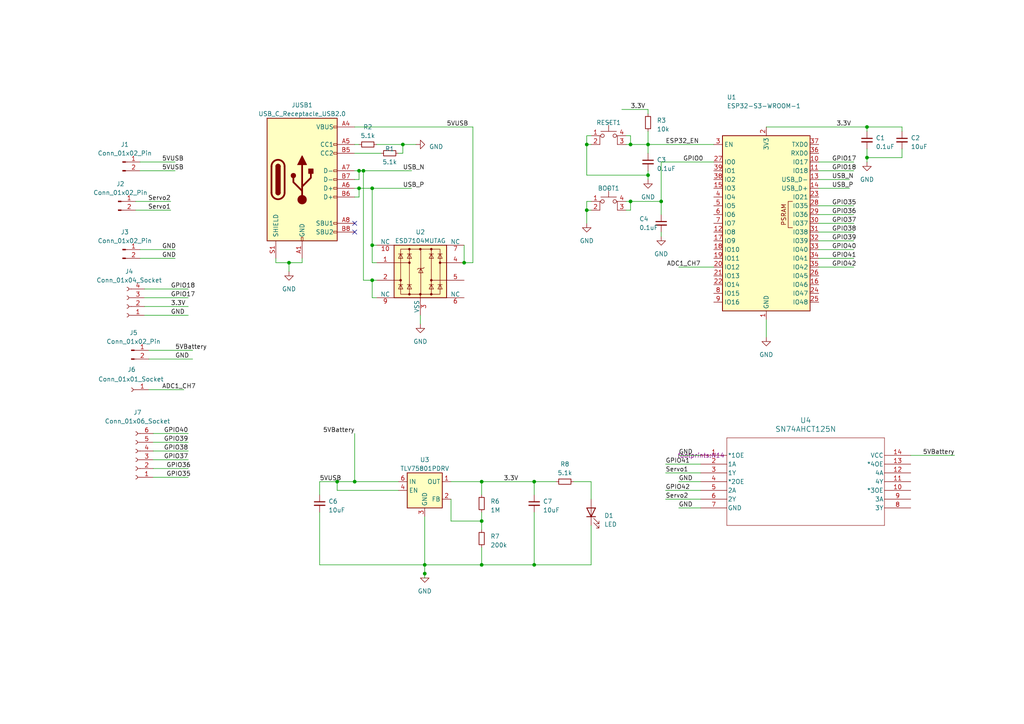
<source format=kicad_sch>
(kicad_sch (version 20231120) (generator "eeschema") (generator_version "8.0")
  (paper "A4")
  (title_block (title "Team15 CDR PCB") (date "2025-02-9"))
  (lib_symbols
    (symbol "2025-02-21_00-26-15:SN74AHCT125N" (pin_names (offset 0.254))
      (property "Reference" "U" (at 30.48 10.16 0))
      (property "Value" "SN74AHCT125N" (at 30.48 7.62 0))
      (symbol "SN74AHCT125N_0_1"
        (polyline (pts (xy 7.62 -20.32) (xy 53.34 -20.32)) (stroke (width 0.127)))
        (polyline (pts (xy 7.62 5.08) (xy 7.62 -20.32)) (stroke (width 0.127)))
        (polyline (pts (xy 53.34 -20.32) (xy 53.34 5.08)) (stroke (width 0.127)))
        (polyline (pts (xy 53.34 5.08) (xy 7.62 5.08)) (stroke (width 0.127)))
        (pin input line (at 0 0 0) (length 7.62) (name "*1OE") (number "1"))
        (pin input line (at 60.96 -10.16 180) (length 7.62) (name "*3OE") (number "10"))
        (pin unspecified line (at 60.96 -7.62 180) (length 7.62) (name "4Y") (number "11"))
        (pin input line (at 60.96 -5.08 180) (length 7.62) (name "4A") (number "12"))
        (pin input line (at 60.96 -2.54 180) (length 7.62) (name "*4OE") (number "13"))
        (pin power_in line (at 60.96 0 180) (length 7.62) (name "VCC") (number "14"))
        (pin input line (at 0 -2.54 0) (length 7.62) (name "1A") (number "2"))
        (pin unspecified line (at 0 -5.08 0) (length 7.62) (name "1Y") (number "3"))
        (pin input line (at 0 -7.62 0) (length 7.62) (name "*2OE") (number "4"))
        (pin input line (at 0 -10.16 0) (length 7.62) (name "2A") (number "5"))
        (pin unspecified line (at 0 -12.7 0) (length 7.62) (name "2Y") (number "6"))
        (pin power_in line (at 0 -15.24 0) (length 7.62) (name "GND") (number "7"))
        (pin unspecified line (at 60.96 -15.24 180) (length 7.62) (name "3Y") (number "8"))
        (pin input line (at 60.96 -12.7 180) (length 7.62) (name "3A") (number "9"))
      )
    )
    (symbol "Connector:Conn_01x01_Socket" (pin_names (offset 1.016) hide)
      (property "Reference" "J" (at 0 2.54 0))
      (property "Value" "Conn_01x01_Socket" (at 0 -2.54 0))
      (symbol "Conn_01x01_Socket_1_1"
        (polyline (pts (xy -1.27 0) (xy -0.508 0)) (stroke (width 0.1524)))
        (arc (start 0 0.508) (mid -0.5058 0) (end 0 -0.508) (stroke (width 0.1524)))
        (pin passive line (at -5.08 0 0) (length 3.81) (name "Pin_1") (number "1"))
      )
    )
    (symbol "Connector:Conn_01x02_Pin" (pin_names (offset 1.016) hide)
      (property "Reference" "J" (at 0 2.54 0))
      (property "Value" "Conn_01x02_Pin" (at 0 -5.08 0))
      (symbol "Conn_01x02_Pin_1_1"
        (polyline (pts (xy 1.27 -2.54) (xy 0.8636 -2.54)) (stroke (width 0.1524)))
        (polyline (pts (xy 1.27 0) (xy 0.8636 0)) (stroke (width 0.1524)))
        (rectangle (start 0.8636 -2.413) (end 0 -2.667) (stroke (width 0.1524)) (fill (type outline)))
        (rectangle (start 0.8636 0.127) (end 0 -0.127) (stroke (width 0.1524)) (fill (type outline)))
        (pin passive line (at 5.08 0 180) (length 3.81) (name "Pin_1") (number "1"))
        (pin passive line (at 5.08 -2.54 180) (length 3.81) (name "Pin_2") (number "2"))
      )
    )
    (symbol "Connector:Conn_01x04_Socket" (pin_names (offset 1.016) hide)
      (property "Reference" "J" (at 0 5.08 0))
      (property "Value" "Conn_01x04_Socket" (at 0 -7.62 0))
      (symbol "Conn_01x04_Socket_1_1"
        (arc (start 0 -4.572) (mid -0.5058 -5.08) (end 0 -5.588) (stroke (width 0.1524)))
        (arc (start 0 -2.032) (mid -0.5058 -2.54) (end 0 -3.048) (stroke (width 0.1524)))
        (polyline (pts (xy -1.27 -5.08) (xy -0.508 -5.08)) (stroke (width 0.1524)))
        (polyline (pts (xy -1.27 -2.54) (xy -0.508 -2.54)) (stroke (width 0.1524)))
        (polyline (pts (xy -1.27 0) (xy -0.508 0)) (stroke (width 0.1524)))
        (polyline (pts (xy -1.27 2.54) (xy -0.508 2.54)) (stroke (width 0.1524)))
        (arc (start 0 0.508) (mid -0.5058 0) (end 0 -0.508) (stroke (width 0.1524)))
        (arc (start 0 3.048) (mid -0.5058 2.54) (end 0 2.032) (stroke (width 0.1524)))
        (pin passive line (at -5.08 2.54 0) (length 3.81) (name "Pin_1") (number "1"))
        (pin passive line (at -5.08 0 0) (length 3.81) (name "Pin_2") (number "2"))
        (pin passive line (at -5.08 -2.54 0) (length 3.81) (name "Pin_3") (number "3"))
        (pin passive line (at -5.08 -5.08 0) (length 3.81) (name "Pin_4") (number "4"))
      )
    )
    (symbol "Connector:Conn_01x06_Socket" (pin_names (offset 1.016) hide)
      (property "Reference" "J" (at 0 7.62 0))
      (property "Value" "Conn_01x06_Socket" (at 0 -10.16 0))
      (symbol "Conn_01x06_Socket_1_1"
        (arc (start 0 -7.112) (mid -0.5058 -7.62) (end 0 -8.128) (stroke (width 0.1524)))
        (arc (start 0 -4.572) (mid -0.5058 -5.08) (end 0 -5.588) (stroke (width 0.1524)))
        (arc (start 0 -2.032) (mid -0.5058 -2.54) (end 0 -3.048) (stroke (width 0.1524)))
        (polyline (pts (xy -1.27 -7.62) (xy -0.508 -7.62)) (stroke (width 0.1524)))
        (polyline (pts (xy -1.27 -5.08) (xy -0.508 -5.08)) (stroke (width 0.1524)))
        (polyline (pts (xy -1.27 -2.54) (xy -0.508 -2.54)) (stroke (width 0.1524)))
        (polyline (pts (xy -1.27 0) (xy -0.508 0)) (stroke (width 0.1524)))
        (polyline (pts (xy -1.27 2.54) (xy -0.508 2.54)) (stroke (width 0.1524)))
        (polyline (pts (xy -1.27 5.08) (xy -0.508 5.08)) (stroke (width 0.1524)))
        (arc (start 0 0.508) (mid -0.5058 0) (end 0 -0.508) (stroke (width 0.1524)))
        (arc (start 0 3.048) (mid -0.5058 2.54) (end 0 2.032) (stroke (width 0.1524)))
        (arc (start 0 5.588) (mid -0.5058 5.08) (end 0 4.572) (stroke (width 0.1524)))
        (pin passive line (at -5.08 5.08 0) (length 3.81) (name "Pin_1") (number "1"))
        (pin passive line (at -5.08 2.54 0) (length 3.81) (name "Pin_2") (number "2"))
        (pin passive line (at -5.08 0 0) (length 3.81) (name "Pin_3") (number "3"))
        (pin passive line (at -5.08 -2.54 0) (length 3.81) (name "Pin_4") (number "4"))
        (pin passive line (at -5.08 -5.08 0) (length 3.81) (name "Pin_5") (number "5"))
        (pin passive line (at -5.08 -7.62 0) (length 3.81) (name "Pin_6") (number "6"))
      )
    )
    (symbol "Connector:USB_C_Receptacle_USB2.0" (pin_names (offset 1.016))
      (property "Reference" "J" (at -10.16 19.05 0))
      (property "Value" "USB_C_Receptacle_USB2.0" (at 19.05 19.05 0))
      (symbol "USB_C_Receptacle_USB2.0_0_0"
        (rectangle (start -0.254 -17.78) (end 0.254 -16.764))
        (rectangle (start 10.16 -14.986) (end 9.144 -15.494))
        (rectangle (start 10.16 -12.446) (end 9.144 -12.954))
        (rectangle (start 10.16 -4.826) (end 9.144 -5.334))
        (rectangle (start 10.16 -2.286) (end 9.144 -2.794))
        (rectangle (start 10.16 0.254) (end 9.144 -0.254))
        (rectangle (start 10.16 2.794) (end 9.144 2.286))
        (rectangle (start 10.16 7.874) (end 9.144 7.366))
        (rectangle (start 10.16 10.414) (end 9.144 9.906))
        (rectangle (start 10.16 15.494) (end 9.144 14.986))
      )
      (symbol "USB_C_Receptacle_USB2.0_0_1"
        (rectangle (start -10.16 17.78) (end 10.16 -17.78) (stroke (width 0.254)) (fill (type background)))
        (arc (start -8.89 -3.81) (mid -6.985 -5.7067) (end -5.08 -3.81) (stroke (width 0.508)))
        (arc (start -7.62 -3.81) (mid -6.985 -4.4423) (end -6.35 -3.81) (stroke (width 0.254)))
        (arc (start -7.62 -3.81) (mid -6.985 -4.4423) (end -6.35 -3.81) (stroke (width 0.254)) (fill (type outline)))
        (rectangle (start -7.62 -3.81) (end -6.35 3.81) (stroke (width 0.254)) (fill (type outline)))
        (arc (start -6.35 3.81) (mid -6.985 4.4423) (end -7.62 3.81) (stroke (width 0.254)))
        (arc (start -6.35 3.81) (mid -6.985 4.4423) (end -7.62 3.81) (stroke (width 0.254)) (fill (type outline)))
        (arc (start -5.08 3.81) (mid -6.985 5.7067) (end -8.89 3.81) (stroke (width 0.508)))
        (circle (center -2.54 1.143) (radius 0.635) (stroke (width 0.254)) (fill (type outline)))
        (circle (center 0 -5.842) (radius 1.27) (fill (type outline)))
        (polyline (pts (xy -8.89 -3.81) (xy -8.89 3.81)) (stroke (width 0.508)))
        (polyline (pts (xy -5.08 3.81) (xy -5.08 -3.81)) (stroke (width 0.508)))
        (polyline (pts (xy 0 -5.842) (xy 0 4.318)) (stroke (width 0.508)))
        (polyline (pts (xy 0 -3.302) (xy -2.54 -0.762) (xy -2.54 0.508)) (stroke (width 0.508)))
        (polyline (pts (xy 0 -2.032) (xy 2.54 0.508) (xy 2.54 1.778)) (stroke (width 0.508)))
        (polyline (pts (xy -1.27 4.318) (xy 0 6.858) (xy 1.27 4.318) (xy -1.27 4.318)) (stroke (width 0.254)) (fill (type outline)))
        (rectangle (start 1.905 1.778) (end 3.175 3.048) (stroke (width 0.254)) (fill (type outline)))
      )
      (symbol "USB_C_Receptacle_USB2.0_1_1"
        (pin passive line (at 0 -22.86 90) (length 5.08) (name "GND") (number "A1"))
        (pin passive line (at 0 -22.86 90) (length 5.08) hide (name "GND") (number "A12"))
        (pin passive line (at 15.24 15.24 180) (length 5.08) (name "VBUS") (number "A4"))
        (pin bidirectional line (at 15.24 10.16 180) (length 5.08) (name "CC1") (number "A5"))
        (pin bidirectional line (at 15.24 -2.54 180) (length 5.08) (name "D+") (number "A6"))
        (pin bidirectional line (at 15.24 2.54 180) (length 5.08) (name "D-") (number "A7"))
        (pin bidirectional line (at 15.24 -12.7 180) (length 5.08) (name "SBU1") (number "A8"))
        (pin passive line (at 15.24 15.24 180) (length 5.08) hide (name "VBUS") (number "A9"))
        (pin passive line (at 0 -22.86 90) (length 5.08) hide (name "GND") (number "B1"))
        (pin passive line (at 0 -22.86 90) (length 5.08) hide (name "GND") (number "B12"))
        (pin passive line (at 15.24 15.24 180) (length 5.08) hide (name "VBUS") (number "B4"))
        (pin bidirectional line (at 15.24 7.62 180) (length 5.08) (name "CC2") (number "B5"))
        (pin bidirectional line (at 15.24 -5.08 180) (length 5.08) (name "D+") (number "B6"))
        (pin bidirectional line (at 15.24 0 180) (length 5.08) (name "D-") (number "B7"))
        (pin bidirectional line (at 15.24 -15.24 180) (length 5.08) (name "SBU2") (number "B8"))
        (pin passive line (at 15.24 15.24 180) (length 5.08) hide (name "VBUS") (number "B9"))
        (pin passive line (at -7.62 -22.86 90) (length 5.08) (name "SHIELD") (number "S1"))
      )
    )
    (symbol "Device:C_Small" (pin_numbers hide) (pin_names (offset 0.254) hide)
      (property "Reference" "C" (at 0.254 1.778 0))
      (property "Value" "C_Small" (at 0.254 -2.032 0))
      (symbol "C_Small_0_1"
        (polyline (pts (xy -1.524 -0.508) (xy 1.524 -0.508)) (stroke (width 0.3302)))
        (polyline (pts (xy -1.524 0.508) (xy 1.524 0.508)) (stroke (width 0.3048)))
      )
      (symbol "C_Small_1_1"
        (pin passive line (at 0 2.54 270) (length 2.032) (name "~") (number "1"))
        (pin passive line (at 0 -2.54 90) (length 2.032) (name "~") (number "2"))
      )
    )
    (symbol "Device:LED" (pin_numbers hide) (pin_names (offset 1.016) hide)
      (property "Reference" "D" (at 0 2.54 0))
      (property "Value" "LED" (at 0 -2.54 0))
      (symbol "LED_0_1"
        (polyline (pts (xy -1.27 -1.27) (xy -1.27 1.27)) (stroke (width 0.254)))
        (polyline (pts (xy -1.27 0) (xy 1.27 0)))
        (polyline (pts (xy 1.27 -1.27) (xy 1.27 1.27) (xy -1.27 0) (xy 1.27 -1.27)) (stroke (width 0.254)))
        (polyline (pts (xy -3.048 -0.762) (xy -4.572 -2.286) (xy -3.81 -2.286) (xy -4.572 -2.286) (xy -4.572 -1.524)))
        (polyline (pts (xy -1.778 -0.762) (xy -3.302 -2.286) (xy -2.54 -2.286) (xy -3.302 -2.286) (xy -3.302 -1.524)))
      )
      (symbol "LED_1_1"
        (pin passive line (at -3.81 0 0) (length 2.54) (name "K") (number "1"))
        (pin passive line (at 3.81 0 180) (length 2.54) (name "A") (number "2"))
      )
    )
    (symbol "Device:R_Small" (pin_numbers hide) (pin_names (offset 0.254) hide)
      (property "Reference" "R" (at 0.762 0.508 0))
      (property "Value" "R_Small" (at 0.762 -1.016 0))
      (symbol "R_Small_0_1"
        (rectangle (start -0.762 1.778) (end 0.762 -1.778) (stroke (width 0.2032)))
      )
      (symbol "R_Small_1_1"
        (pin passive line (at 0 2.54 270) (length 0.762) (name "~") (number "1"))
        (pin passive line (at 0 -2.54 90) (length 0.762) (name "~") (number "2"))
      )
    )
    (symbol "Power_Protection:D3V3XA4B10LP" (pin_names (offset 0))
      (property "Reference" "U" (at -0.635 8.89 0))
      (property "Value" "D3V3XA4B10LP" (at 8.89 -10.16 0))
      (symbol "D3V3XA4B10LP_0_0"
        (rectangle (start -5.715 6.477) (end 5.715 -6.604))
        (polyline (pts (xy -3.175 -6.604) (xy -3.175 6.477)))
        (polyline (pts (xy 0.127 6.477) (xy 0.127 -6.604)))
        (polyline (pts (xy 3.175 6.477) (xy 3.175 -6.604)))
      )
      (symbol "D3V3XA4B10LP_0_1"
        (rectangle (start -7.62 7.62) (end 7.62 -7.62) (stroke (width 0.254)) (fill (type background)))
        (circle (center -5.715 -2.54) (radius 0.2794) (fill (type outline)))
        (circle (center -3.175 -6.604) (radius 0.2794) (fill (type outline)))
        (circle (center -3.175 2.54) (radius 0.2794) (fill (type outline)))
        (circle (center -3.175 6.477) (radius 0.2794) (fill (type outline)))
        (circle (center 0 -6.604) (radius 0.2794) (fill (type outline)))
        (polyline (pts (xy -7.747 2.54) (xy -3.175 2.54)))
        (polyline (pts (xy -7.62 -2.54) (xy -5.715 -2.54)))
        (polyline (pts (xy -5.08 -3.81) (xy -6.35 -3.81)))
        (polyline (pts (xy -5.08 5.08) (xy -6.35 5.08)))
        (polyline (pts (xy -2.54 -3.81) (xy -3.81 -3.81)))
        (polyline (pts (xy -2.54 5.08) (xy -3.81 5.08)))
        (polyline (pts (xy -0.508 0.889) (xy -0.889 0.635)))
        (polyline (pts (xy 0 -6.604) (xy 0 -7.62)))
        (polyline (pts (xy 0.762 0.889) (xy -0.508 0.889)))
        (polyline (pts (xy 0.762 0.889) (xy 1.143 1.143)))
        (polyline (pts (xy 3.81 -3.81) (xy 2.54 -3.81)))
        (polyline (pts (xy 3.81 5.08) (xy 2.54 5.08)))
        (polyline (pts (xy 6.35 -3.81) (xy 5.08 -3.81)))
        (polyline (pts (xy 6.35 5.08) (xy 5.08 5.08)))
        (polyline (pts (xy 7.62 -2.54) (xy 3.175 -2.54)))
        (polyline (pts (xy 7.62 2.54) (xy 5.715 2.54)))
        (polyline (pts (xy -5.08 -5.08) (xy -6.35 -5.08) (xy -5.715 -3.81) (xy -5.08 -5.08)))
        (polyline (pts (xy -5.08 3.81) (xy -6.35 3.81) (xy -5.715 5.08) (xy -5.08 3.81)))
        (polyline (pts (xy -2.54 -5.08) (xy -3.81 -5.08) (xy -3.175 -3.81) (xy -2.54 -5.08)))
        (polyline (pts (xy -2.54 3.81) (xy -3.81 3.81) (xy -3.175 5.08) (xy -2.54 3.81)))
        (polyline (pts (xy 0.762 -0.381) (xy -0.508 -0.381) (xy 0.127 0.889) (xy 0.762 -0.381)))
        (polyline (pts (xy 3.81 -5.08) (xy 2.54 -5.08) (xy 3.175 -3.81) (xy 3.81 -5.08)))
        (polyline (pts (xy 3.81 3.81) (xy 2.54 3.81) (xy 3.175 5.08) (xy 3.81 3.81)))
        (polyline (pts (xy 6.35 -5.08) (xy 5.08 -5.08) (xy 5.715 -3.81) (xy 6.35 -5.08)))
        (polyline (pts (xy 6.35 3.81) (xy 5.08 3.81) (xy 5.715 5.08) (xy 6.35 3.81)))
        (circle (center 0 6.477) (radius 0.2794) (fill (type outline)))
        (circle (center 3.175 -6.604) (radius 0.2794) (fill (type outline)))
        (circle (center 3.175 -2.54) (radius 0.2794) (fill (type outline)))
        (circle (center 3.175 6.477) (radius 0.2794) (fill (type outline)))
        (circle (center 5.715 2.54) (radius 0.2794) (fill (type outline)))
      )
      (symbol "D3V3XA4B10LP_1_1"
        (pin passive line (at -12.7 2.54 0) (length 5.08) (name "~") (number "1"))
        (pin free line (at -12.7 7.62 0) (length 5.08) (name "NC") (number "10"))
        (pin passive line (at -12.7 -2.54 0) (length 5.08) (name "~") (number "2"))
        (pin power_in line (at 0 -12.7 90) (length 5.08) (name "VSS") (number "3"))
        (pin passive line (at 12.7 2.54 180) (length 5.08) (name "~") (number "4"))
        (pin passive line (at 12.7 -2.54 180) (length 5.08) (name "~") (number "5"))
        (pin free line (at 12.7 -7.62 180) (length 5.08) (name "NC") (number "6"))
        (pin free line (at 12.7 7.62 180) (length 5.08) (name "NC") (number "7"))
        (pin passive line (at 0 -12.7 90) (length 5.08) hide (name "VSS") (number "8"))
        (pin free line (at -12.7 -7.62 0) (length 5.08) (name "NC") (number "9"))
      )
    )
    (symbol "RF_Module:ESP32-S3-WROOM-1"
      (property "Reference" "U" (at -12.7 26.67 0))
      (property "Value" "ESP32-S3-WROOM-1" (at 12.7 26.67 0))
      (symbol "ESP32-S3-WROOM-1_0_0"
        (rectangle (start -12.7 25.4) (end 12.7 -25.4) (stroke (width 0.254)) (fill (type background)))
        (text "PSRAM" (at 5.08 2.54 900) (effects (font (size 1.27 1.27))))
      )
      (symbol "ESP32-S3-WROOM-1_0_1"
        (polyline (pts (xy 7.62 -1.27) (xy 6.35 -1.27) (xy 6.35 6.35) (xy 7.62 6.35)))
      )
      (symbol "ESP32-S3-WROOM-1_1_1"
        (pin power_in line (at 0 -27.94 90) (length 2.54) (name "GND") (number "1"))
        (pin bidirectional line (at 15.24 17.78 180) (length 2.54) (name "IO17") (number "10"))
        (pin bidirectional line (at 15.24 15.24 180) (length 2.54) (name "IO18") (number "11"))
        (pin bidirectional line (at -15.24 -2.54 0) (length 2.54) (name "IO8") (number "12"))
        (pin bidirectional line (at 15.24 12.7 180) (length 2.54) (name "USB_D-") (number "13"))
        (pin bidirectional line (at 15.24 10.16 180) (length 2.54) (name "USB_D+") (number "14"))
        (pin bidirectional line (at -15.24 10.16 0) (length 2.54) (name "IO3") (number "15"))
        (pin bidirectional line (at 15.24 -17.78 180) (length 2.54) (name "IO46") (number "16"))
        (pin bidirectional line (at -15.24 -5.08 0) (length 2.54) (name "IO9") (number "17"))
        (pin bidirectional line (at -15.24 -7.62 0) (length 2.54) (name "IO10") (number "18"))
        (pin bidirectional line (at -15.24 -10.16 0) (length 2.54) (name "IO11") (number "19"))
        (pin power_in line (at 0 27.94 270) (length 2.54) (name "3V3") (number "2"))
        (pin bidirectional line (at -15.24 -12.7 0) (length 2.54) (name "IO12") (number "20"))
        (pin bidirectional line (at -15.24 -15.24 0) (length 2.54) (name "IO13") (number "21"))
        (pin bidirectional line (at -15.24 -17.78 0) (length 2.54) (name "IO14") (number "22"))
        (pin bidirectional line (at 15.24 7.62 180) (length 2.54) (name "IO21") (number "23"))
        (pin bidirectional line (at 15.24 -20.32 180) (length 2.54) (name "IO47") (number "24"))
        (pin bidirectional line (at 15.24 -22.86 180) (length 2.54) (name "IO48") (number "25"))
        (pin bidirectional line (at 15.24 -15.24 180) (length 2.54) (name "IO45") (number "26"))
        (pin bidirectional line (at -15.24 17.78 0) (length 2.54) (name "IO0") (number "27"))
        (pin bidirectional line (at 15.24 5.08 180) (length 2.54) (name "IO35") (number "28"))
        (pin bidirectional line (at 15.24 2.54 180) (length 2.54) (name "IO36") (number "29"))
        (pin input line (at -15.24 22.86 0) (length 2.54) (name "EN") (number "3"))
        (pin bidirectional line (at 15.24 0 180) (length 2.54) (name "IO37") (number "30"))
        (pin bidirectional line (at 15.24 -2.54 180) (length 2.54) (name "IO38") (number "31"))
        (pin bidirectional line (at 15.24 -5.08 180) (length 2.54) (name "IO39") (number "32"))
        (pin bidirectional line (at 15.24 -7.62 180) (length 2.54) (name "IO40") (number "33"))
        (pin bidirectional line (at 15.24 -10.16 180) (length 2.54) (name "IO41") (number "34"))
        (pin bidirectional line (at 15.24 -12.7 180) (length 2.54) (name "IO42") (number "35"))
        (pin bidirectional line (at 15.24 20.32 180) (length 2.54) (name "RXD0") (number "36"))
        (pin bidirectional line (at 15.24 22.86 180) (length 2.54) (name "TXD0") (number "37"))
        (pin bidirectional line (at -15.24 12.7 0) (length 2.54) (name "IO2") (number "38"))
        (pin bidirectional line (at -15.24 15.24 0) (length 2.54) (name "IO1") (number "39"))
        (pin bidirectional line (at -15.24 7.62 0) (length 2.54) (name "IO4") (number "4"))
        (pin passive line (at 0 -27.94 90) (length 2.54) hide (name "GND") (number "40"))
        (pin passive line (at 0 -27.94 90) (length 2.54) hide (name "GND") (number "41"))
        (pin bidirectional line (at -15.24 5.08 0) (length 2.54) (name "IO5") (number "5"))
        (pin bidirectional line (at -15.24 2.54 0) (length 2.54) (name "IO6") (number "6"))
        (pin bidirectional line (at -15.24 0 0) (length 2.54) (name "IO7") (number "7"))
        (pin bidirectional line (at -15.24 -20.32 0) (length 2.54) (name "IO15") (number "8"))
        (pin bidirectional line (at -15.24 -22.86 0) (length 2.54) (name "IO16") (number "9"))
      )
    )
    (symbol "Regulator_Linear:TLV75801PDRV"
      (property "Reference" "U" (at -3.81 6.35 0))
      (property "Value" "TLV75801PDRV" (at 0 6.35 0))
      (symbol "TLV75801PDRV_0_1"
        (rectangle (start 5.08 -5.08) (end -5.08 5.08) (stroke (width 0.254)) (fill (type background)))
      )
      (symbol "TLV75801PDRV_1_1"
        (pin power_out line (at 7.62 2.54 180) (length 2.54) (name "OUT") (number "1"))
        (pin input line (at 7.62 -2.54 180) (length 2.54) (name "FB") (number "2"))
        (pin power_in line (at 0 -7.62 90) (length 2.54) (name "GND") (number "3"))
        (pin input line (at -7.62 0 0) (length 2.54) (name "EN") (number "4"))
        (pin no_connect line (at 5.08 0 180) (length 2.54) hide (name "DNC") (number "5"))
        (pin power_in line (at -7.62 2.54 0) (length 2.54) (name "IN") (number "6"))
        (pin passive line (at 0 -7.62 90) (length 2.54) hide (name "GND") (number "7"))
      )
    )
    (symbol "Switch:SW_MEC_5E" (pin_names (offset 1.016) hide)
      (property "Reference" "SW" (at 0.635 5.715 0))
      (property "Value" "SW_MEC_5E" (at 0 -3.175 0))
      (symbol "SW_MEC_5E_0_1"
        (circle (center -1.778 2.54) (radius 0.508))
        (polyline (pts (xy -2.286 3.81) (xy 2.286 3.81)))
        (polyline (pts (xy 0 3.81) (xy 0 5.588)))
        (polyline (pts (xy -2.54 0) (xy -2.54 2.54) (xy -2.286 2.54)))
        (polyline (pts (xy 2.54 0) (xy 2.54 2.54) (xy 2.286 2.54)))
        (circle (center 1.778 2.54) (radius 0.508))
        (pin passive line (at -5.08 2.54 0) (length 2.54) (name "1") (number "1"))
        (pin passive line (at -5.08 0 0) (length 2.54) (name "2") (number "2"))
        (pin passive line (at 5.08 0 180) (length 2.54) (name "K") (number "3"))
        (pin passive line (at 5.08 2.54 180) (length 2.54) (name "A") (number "4"))
      )
    )
    (symbol "power:GND" (power) (pin_names (offset 0))
      (property "Value" "GND" (at 0 -3.81 0))
      (symbol "GND_0_1"
        (polyline (pts (xy 0 0) (xy 0 -1.27) (xy 1.27 -1.27) (xy 0 -2.54) (xy -1.27 -1.27) (xy 0 -1.27)))
      )
      (symbol "GND_1_1"
        (pin power_in line (at 0 0 270) (length 0) hide (name "GND") (number "1"))
      )
    )
  )
  (junction (at 123.19 166.37))
  (junction (at 251.46 36.83))
  (junction (at 123.19 163.83))
  (junction (at 182.88 41.91))
  (junction (at 191.77 58.42))
  (junction (at 170.18 41.91))
  (junction (at 105.41 49.53))
  (junction (at 104.14 49.53))
  (junction (at 97.79 139.7))
  (junction (at 104.14 54.61))
  (junction (at 251.46 45.72))
  (junction (at 139.7 163.83))
  (junction (at 170.18 60.96))
  (junction (at 154.94 139.7))
  (junction (at 139.7 151.13))
  (junction (at 187.96 41.91))
  (junction (at 102.87 139.7))
  (junction (at 134.62 76.2))
  (junction (at 182.88 58.42))
  (junction (at 107.95 71.12))
  (junction (at 187.96 50.8))
  (junction (at 107.95 81.28))
  (junction (at 107.95 54.61))
  (junction (at 116.84 41.91))
  (junction (at 83.82 76.2))
  (junction (at 139.7 139.7))
  (junction (at 154.94 163.83))
  (no_connect (at 102.87 64.77))
  (no_connect (at 102.87 67.31))
  (wire (pts (xy 237.49 52.07) (xy 246.38 52.07)))
  (wire (pts (xy 170.18 39.37) (xy 170.18 41.91)))
  (wire (pts (xy 171.45 152.4) (xy 171.45 163.83)))
  (wire (pts (xy 109.22 41.91) (xy 116.84 41.91)))
  (wire (pts (xy 237.49 46.99) (xy 247.65 46.99)))
  (wire (pts (xy 44.45 133.35) (xy 54.61 133.35)))
  (wire (pts (xy 134.62 76.2) (xy 137.16 76.2)))
  (wire (pts (xy 43.18 101.6) (xy 55.88 101.6)))
  (wire (pts (xy 187.96 50.8) (xy 187.96 52.07)))
  (wire (pts (xy 261.62 43.18) (xy 261.62 45.72)))
  (wire (pts (xy 154.94 148.59) (xy 154.94 163.83)))
  (wire (pts (xy 44.45 138.43) (xy 54.61 138.43)))
  (wire (pts (xy 171.45 39.37) (xy 170.18 39.37)))
  (wire (pts (xy 139.7 151.13) (xy 139.7 153.67)))
  (wire (pts (xy 139.7 163.83) (xy 154.94 163.83)))
  (wire (pts (xy 237.49 72.39) (xy 247.65 72.39)))
  (wire (pts (xy 171.45 58.42) (xy 170.18 58.42)))
  (wire (pts (xy 107.95 54.61) (xy 107.95 71.12)))
  (wire (pts (xy 41.91 86.36) (xy 54.61 86.36)))
  (wire (pts (xy 191.77 62.23) (xy 191.77 58.42)))
  (wire (pts (xy 166.37 139.7) (xy 171.45 139.7)))
  (wire (pts (xy 107.95 71.12) (xy 109.22 71.12)))
  (wire (pts (xy 115.57 142.24) (xy 97.79 142.24)))
  (wire (pts (xy 237.49 59.69) (xy 247.65 59.69)))
  (wire (pts (xy 251.46 43.18) (xy 251.46 45.72)))
  (wire (pts (xy 139.7 139.7) (xy 139.7 143.51)))
  (wire (pts (xy 104.14 52.07) (xy 104.14 49.53)))
  (wire (pts (xy 276.86 132.08) (xy 264.16 132.08)))
  (wire (pts (xy 102.87 36.83) (xy 137.16 36.83)))
  (wire (pts (xy 181.61 60.96) (xy 182.88 60.96)))
  (wire (pts (xy 80.01 76.2) (xy 83.82 76.2)))
  (wire (pts (xy 237.49 69.85) (xy 247.65 69.85)))
  (wire (pts (xy 187.96 50.8) (xy 170.18 50.8)))
  (wire (pts (xy 83.82 78.74) (xy 83.82 76.2)))
  (wire (pts (xy 40.64 74.93) (xy 50.8 74.93)))
  (wire (pts (xy 123.19 163.83) (xy 139.7 163.83)))
  (wire (pts (xy 182.88 39.37) (xy 182.88 41.91)))
  (wire (pts (xy 180.34 31.75) (xy 187.96 31.75)))
  (wire (pts (xy 107.95 81.28) (xy 105.41 81.28)))
  (wire (pts (xy 203.2 142.24) (xy 193.04 142.24)))
  (wire (pts (xy 44.45 128.27) (xy 54.61 128.27)))
  (wire (pts (xy 44.45 130.81) (xy 54.61 130.81)))
  (wire (pts (xy 104.14 54.61) (xy 107.95 54.61)))
  (wire (pts (xy 109.22 86.36) (xy 107.95 86.36)))
  (wire (pts (xy 187.96 41.91) (xy 187.96 44.45)))
  (wire (pts (xy 196.85 132.08) (xy 203.2 132.08)))
  (wire (pts (xy 182.88 60.96) (xy 182.88 58.42)))
  (wire (pts (xy 171.45 163.83) (xy 154.94 163.83)))
  (wire (pts (xy 92.71 163.83) (xy 123.19 163.83)))
  (wire (pts (xy 102.87 57.15) (xy 104.14 57.15)))
  (wire (pts (xy 43.18 104.14) (xy 55.88 104.14)))
  (wire (pts (xy 251.46 36.83) (xy 261.62 36.83)))
  (wire (pts (xy 154.94 143.51) (xy 154.94 139.7)))
  (wire (pts (xy 203.2 144.78) (xy 193.04 144.78)))
  (wire (pts (xy 97.79 139.7) (xy 102.87 139.7)))
  (wire (pts (xy 181.61 58.42) (xy 182.88 58.42)))
  (wire (pts (xy 102.87 52.07) (xy 104.14 52.07)))
  (wire (pts (xy 187.96 38.1) (xy 187.96 41.91)))
  (wire (pts (xy 107.95 71.12) (xy 107.95 76.2)))
  (wire (pts (xy 105.41 49.53) (xy 119.38 49.53)))
  (wire (pts (xy 104.14 49.53) (xy 105.41 49.53)))
  (wire (pts (xy 116.84 44.45) (xy 116.84 41.91)))
  (wire (pts (xy 105.41 81.28) (xy 105.41 49.53)))
  (wire (pts (xy 154.94 139.7) (xy 139.7 139.7)))
  (wire (pts (xy 44.45 135.89) (xy 54.61 135.89)))
  (wire (pts (xy 261.62 38.1) (xy 261.62 36.83)))
  (wire (pts (xy 170.18 50.8) (xy 170.18 41.91)))
  (wire (pts (xy 171.45 139.7) (xy 171.45 144.78)))
  (wire (pts (xy 237.49 74.93) (xy 247.65 74.93)))
  (wire (pts (xy 182.88 41.91) (xy 187.96 41.91)))
  (wire (pts (xy 181.61 41.91) (xy 182.88 41.91)))
  (wire (pts (xy 43.18 113.03) (xy 53.34 113.03)))
  (wire (pts (xy 41.91 91.44) (xy 54.61 91.44)))
  (wire (pts (xy 237.49 67.31) (xy 247.65 67.31)))
  (wire (pts (xy 102.87 41.91) (xy 104.14 41.91)))
  (wire (pts (xy 102.87 139.7) (xy 115.57 139.7)))
  (wire (pts (xy 191.77 46.99) (xy 207.01 46.99)))
  (wire (pts (xy 39.37 58.42) (xy 49.53 58.42)))
  (wire (pts (xy 44.45 125.73) (xy 54.61 125.73)))
  (wire (pts (xy 109.22 81.28) (xy 107.95 81.28)))
  (wire (pts (xy 251.46 45.72) (xy 251.46 46.99)))
  (wire (pts (xy 237.49 64.77) (xy 247.65 64.77)))
  (wire (pts (xy 237.49 62.23) (xy 247.65 62.23)))
  (wire (pts (xy 170.18 60.96) (xy 170.18 64.77)))
  (wire (pts (xy 107.95 54.61) (xy 119.38 54.61)))
  (wire (pts (xy 139.7 158.75) (xy 139.7 163.83)))
  (wire (pts (xy 40.64 49.53) (xy 50.8 49.53)))
  (wire (pts (xy 187.96 49.53) (xy 187.96 50.8)))
  (wire (pts (xy 237.49 54.61) (xy 246.38 54.61)))
  (wire (pts (xy 139.7 139.7) (xy 130.81 139.7)))
  (wire (pts (xy 187.96 41.91) (xy 207.01 41.91)))
  (wire (pts (xy 107.95 86.36) (xy 107.95 81.28)))
  (wire (pts (xy 203.2 134.62) (xy 193.04 134.62)))
  (wire (pts (xy 134.62 71.12) (xy 134.62 76.2)))
  (wire (pts (xy 116.84 41.91) (xy 120.65 41.91)))
  (wire (pts (xy 137.16 76.2) (xy 137.16 36.83)))
  (wire (pts (xy 196.85 147.32) (xy 203.2 147.32)))
  (wire (pts (xy 130.81 144.78) (xy 130.81 151.13)))
  (wire (pts (xy 123.19 163.83) (xy 123.19 166.37)))
  (wire (pts (xy 191.77 46.99) (xy 191.77 58.42)))
  (wire (pts (xy 203.2 137.16) (xy 193.04 137.16)))
  (wire (pts (xy 191.77 67.31) (xy 191.77 68.58)))
  (wire (pts (xy 92.71 139.7) (xy 97.79 139.7)))
  (wire (pts (xy 251.46 38.1) (xy 251.46 36.83)))
  (wire (pts (xy 196.85 139.7) (xy 203.2 139.7)))
  (wire (pts (xy 237.49 49.53) (xy 247.65 49.53)))
  (wire (pts (xy 102.87 54.61) (xy 104.14 54.61)))
  (wire (pts (xy 109.22 76.2) (xy 107.95 76.2)))
  (wire (pts (xy 187.96 33.02) (xy 187.96 31.75)))
  (wire (pts (xy 222.25 92.71) (xy 222.25 97.79)))
  (wire (pts (xy 222.25 36.83) (xy 251.46 36.83)))
  (wire (pts (xy 123.19 149.86) (xy 123.19 163.83)))
  (wire (pts (xy 170.18 58.42) (xy 170.18 60.96)))
  (wire (pts (xy 104.14 57.15) (xy 104.14 54.61)))
  (wire (pts (xy 80.01 74.93) (xy 80.01 76.2)))
  (wire (pts (xy 102.87 125.73) (xy 102.87 139.7)))
  (wire (pts (xy 121.92 91.44) (xy 121.92 93.98)))
  (wire (pts (xy 40.64 46.99) (xy 50.8 46.99)))
  (wire (pts (xy 102.87 44.45) (xy 110.49 44.45)))
  (wire (pts (xy 170.18 41.91) (xy 171.45 41.91)))
  (wire (pts (xy 261.62 45.72) (xy 251.46 45.72)))
  (wire (pts (xy 41.91 83.82) (xy 54.61 83.82)))
  (wire (pts (xy 87.63 76.2) (xy 83.82 76.2)))
  (wire (pts (xy 237.49 77.47) (xy 247.65 77.47)))
  (wire (pts (xy 154.94 139.7) (xy 161.29 139.7)))
  (wire (pts (xy 39.37 60.96) (xy 49.53 60.96)))
  (wire (pts (xy 130.81 151.13) (xy 139.7 151.13)))
  (wire (pts (xy 40.64 72.39) (xy 50.8 72.39)))
  (wire (pts (xy 207.01 77.47) (xy 196.85 77.47)))
  (wire (pts (xy 97.79 142.24) (xy 97.79 139.7)))
  (wire (pts (xy 191.77 58.42) (xy 182.88 58.42)))
  (wire (pts (xy 139.7 148.59) (xy 139.7 151.13)))
  (wire (pts (xy 41.91 88.9) (xy 54.61 88.9)))
  (wire (pts (xy 92.71 148.59) (xy 92.71 163.83)))
  (wire (pts (xy 102.87 49.53) (xy 104.14 49.53)))
  (wire (pts (xy 123.19 166.37) (xy 123.19 167.64)))
  (wire (pts (xy 87.63 74.93) (xy 87.63 76.2)))
  (wire (pts (xy 115.57 44.45) (xy 116.84 44.45)))
  (wire (pts (xy 92.71 139.7) (xy 92.71 143.51)))
  (wire (pts (xy 181.61 39.37) (xy 182.88 39.37)))
  (wire (pts (xy 171.45 60.96) (xy 170.18 60.96)))
  (label "GPIO17" (at 49.53 86.36 0))
  (label "GND" (at 50.8 104.14 0))
  (label "USB_P" (at 241.3 54.61 0))
  (label "GND" (at 196.85 147.32 0))
  (label "Servo1" (at 193.04 137.16 0))
  (label "GPIO41" (at 241.3 74.93 0))
  (label "3.3V" (at 242.57 36.83 0))
  (label "GPIO40" (at 241.3 72.39 0))
  (label "GPIO36" (at 48.26 135.89 0))
  (label "GND" (at 46.99 74.93 0))
  (label "GND" (at 49.53 91.44 0))
  (label "USB_P" (at 116.84 54.61 0))
  (label "5VUSB" (at 46.99 46.99 0))
  (label "GPIO42" (at 241.3 77.47 0))
  (label "GPIO17" (at 241.3 46.99 0))
  (label "GND" (at 196.85 139.7 0))
  (label "Servo2" (at 49.53 58.42 180))
  (label "GPIO35" (at 241.3 59.69 0))
  (label "ADC1_CH7" (at 46.99 113.03 0))
  (label "5VBattery" (at 50.8 101.6 0))
  (label "GPIO39" (at 241.3 69.85 0))
  (label "GPIO38" (at 54.61 130.81 180))
  (label "GPIO18" (at 49.53 83.82 0))
  (label "3.3V" (at 146.05 139.7 0))
  (label "5VUSB" (at 129.54 36.83 0))
  (label "GPIO37" (at 241.3 64.77 0))
  (label "ADC1_CH7" (at 203.2 77.47 180))
  (label "GPIO36" (at 241.3 62.23 0))
  (label "GPIO0" (at 198.12 46.99 0))
  (label "GPIO42" (at 193.04 142.24 0))
  (label "GPIO35" (at 48.26 138.43 0))
  (label "GPIO39" (at 54.61 128.27 180))
  (label "GPIO41" (at 193.04 134.62 0))
  (label "ESP32_EN" (at 193.04 41.91 0))
  (label "GND" (at 46.99 72.39 0))
  (label "5VBattery" (at 102.87 125.73 180))
  (label "GPIO37" (at 54.61 133.35 180))
  (label "Servo1" (at 49.53 60.96 180))
  (label "3.3V" (at 182.88 31.75 0))
  (label "5VUSB" (at 46.99 49.53 0))
  (label "3.3V" (at 49.53 88.9 0))
  (label "USB_N" (at 241.3 52.07 0))
  (label "5VUSB" (at 92.71 139.7 0))
  (label "5VBattery" (at 276.86 132.08 180))
  (label "GND" (at 196.85 132.08 0))
  (label "Servo2" (at 193.04 144.78 0))
  (label "USB_N" (at 116.84 49.53 0))
  (label "GPIO18" (at 241.3 49.53 0))
  (label "GPIO40" (at 54.61 125.73 180))
  (label "GPIO38" (at 241.3 67.31 0))
  (symbol (lib_id "Device:R_Small") (at 163.83 139.7 90) (unit 1)
    (property "Reference" "R8" (at 163.83 134.62 90))
    (property "Value" "5.1k" (at 163.83 137.16 90))
    (property "Footprint" "Resistor_SMD:R_0603_1608Metric" (effects (hide yes)))
    (property "LCSC" "C881139" (effects (hide yes)))
  )
  (symbol (lib_id "Connector:Conn_01x06_Socket") (at 39.37 133.35 180) (unit 1)
    (property "Reference" "J7" (at 39.878 119.634 0))
    (property "Value" "Conn_01x06_Socket" (at 39.878 122.174 0))
    (property "Footprint" "Connector_PinSocket_2.54mm:PinSocket_1x06_P2.54mm_Vertical" (effects (hide yes)))
    (property "Description" "Generic connector, single row, 01x06, script generated" (effects (hide yes)))
  )
  (symbol (lib_id "Device:LED") (at 171.45 148.59 90) (unit 1)
    (property "Reference" "D1" (at 175.26 149.5425 90) (effects (justify right)))
    (property "Value" "LED" (at 175.26 152.0825 90) (effects (justify right)))
    (property "Footprint" "LED_SMD:LED_0603_1608Metric" (effects (hide yes)))
    (property "LCSC" "C9900030205" (effects (hide yes)))
  )
  (symbol (lib_id "power:GND") (at 170.18 64.77 0) (unit 1)
    (property "Reference" "#PWR011" (effects (hide yes)))
    (property "Value" "GND" (at 170.18 69.85 0))
  )
  (symbol (lib_id "Device:C_Small") (at 154.94 146.05 0) (unit 1)
    (property "Reference" "C7" (at 157.48 145.4213 0) (effects (justify left)))
    (property "Value" "10uF" (at 157.48 147.9613 0) (effects (justify left)))
    (property "Footprint" "Capacitor_SMD:C_0603_1608Metric" (effects (hide yes)))
    (property "LCSC" "C38898" (effects (hide yes)))
  )
  (symbol (lib_id "power:GND") (at 222.25 97.79 0) (unit 1)
    (property "Reference" "#PWR06" (effects (hide yes)))
    (property "Value" "GND" (at 222.25 102.87 0))
  )
  (symbol (lib_id "Device:R_Small") (at 113.03 44.45 90) (unit 1)
    (property "Reference" "R1" (at 113.03 43.18 90))
    (property "Value" "5.1k" (at 113.03 46.99 90))
    (property "Footprint" "Resistor_SMD:R_0603_1608Metric" (effects (hide yes)))
    (property "LCSC" "C881139" (effects (hide yes)))
  )
  (symbol (lib_id "Device:C_Small") (at 191.77 64.77 0) (unit 1)
    (property "Reference" "C4" (at 185.42 63.5 0) (effects (justify left)))
    (property "Value" "0.1uF" (at 185.42 66.04 0) (effects (justify left)))
    (property "Footprint" "Capacitor_SMD:C_0603_1608Metric" (effects (hide yes)))
    (property "LCSC" "C701321" (effects (hide yes)))
  )
  (symbol (lib_id "Device:R_Small") (at 106.68 41.91 90) (unit 1)
    (property "Reference" "R2" (at 106.68 36.83 90))
    (property "Value" "5.1k" (at 106.68 39.37 90))
    (property "Footprint" "Resistor_SMD:R_0603_1608Metric" (effects (hide yes)))
    (property "LCSC" "C881139" (effects (hide yes)))
  )
  (symbol (lib_id "Power_Protection:D3V3XA4B10LP") (at 121.92 78.74 0) (unit 1)
    (property "Reference" "U2" (at 121.92 67.31 0))
    (property "Value" "ESD7104MUTAG" (at 121.92 69.85 0))
    (property "Footprint" "Package_DFN_QFN:Diodes_UDFN-10_1.0x2.5mm_P0.5mm" (effects (hide yes)))
    (property "Datasheet" "https://www.onsemi.com/pdf/datasheet/esd7104-d.pdf" (effects (hide yes)))
    (property "LCSC" "C1980462" (effects (hide yes)))
  )
  (symbol (lib_id "Connector:Conn_01x02_Pin") (at 38.1 101.6 0) (unit 1)
    (property "Reference" "J5" (at 38.735 96.52 0))
    (property "Value" "Conn_01x02_Pin" (at 38.735 99.06 0))
    (property "Footprint" "Connector_PinHeader_2.54mm:PinHeader_1x02_P2.54mm_Vertical" (effects (hide yes)))
    (property "Description" "Generic connector, single row, 01x02, script generated" (effects (hide yes)))
  )
  (symbol (lib_id "Switch:SW_MEC_5E") (at 176.53 60.96 0) (unit 1)
    (property "Reference" "BOOT1" (at 176.53 54.61 0))
    (property "Value" "~" (at 176.53 54.61 0))
    (property "Footprint" "Button_Switch_SMD:SW_SPST_PTS810" (effects (hide yes)))
    (property "Datasheet" "http://www.apem.com/int/index.php?controller=attachment&id_attachment=1371" (effects (hide yes)))
  )
  (symbol (lib_id "Device:R_Small") (at 187.96 35.56 180) (unit 1)
    (property "Reference" "R3" (at 190.5 34.925 0) (effects (justify right)))
    (property "Value" "10k" (at 190.5 37.465 0) (effects (justify right)))
    (property "Footprint" "Resistor_SMD:R_0603_1608Metric" (effects (hide yes)))
    (property "LCSC" "C881132" (effects (hide yes)))
  )
  (symbol (lib_id "power:GND") (at 121.92 93.98 0) (unit 1)
    (property "Reference" "#PWR03" (effects (hide yes)))
    (property "Value" "GND" (at 121.92 99.06 0))
  )
  (symbol (lib_id "Device:C_Small") (at 187.96 46.99 0) (unit 1)
    (property "Reference" "C3" (at 190.5 46.3613 0) (effects (justify left)))
    (property "Value" "0.1uF" (at 190.5 48.9013 0) (effects (justify left)))
    (property "Footprint" "Capacitor_SMD:C_0603_1608Metric" (effects (hide yes)))
    (property "LCSC" "C701321" (effects (hide yes)))
  )
  (symbol (lib_id "Switch:SW_MEC_5E") (at 176.53 41.91 0) (unit 1)
    (property "Reference" "RESET1" (at 176.53 35.56 0))
    (property "Value" "~" (at 176.53 35.56 0))
    (property "Footprint" "Button_Switch_SMD:SW_SPST_PTS810" (effects (hide yes)))
    (property "Datasheet" "http://www.apem.com/int/index.php?controller=attachment&id_attachment=1371" (effects (hide yes)))
  )
  (symbol (lib_id "power:GND") (at 191.77 68.58 0) (unit 1)
    (property "Reference" "#PWR07" (effects (hide yes)))
    (property "Value" "GND" (at 191.77 73.66 0))
  )
  (symbol (lib_id "power:GND") (at 120.65 41.91 90) (unit 1)
    (property "Reference" "#PWR01" (effects (hide yes)))
    (property "Value" "GND" (at 124.46 42.545 90) (effects (justify right)))
  )
  (symbol (lib_id "Connector:Conn_01x02_Pin") (at 34.29 58.42 0) (unit 1)
    (property "Reference" "J2" (at 34.925 53.34 0))
    (property "Value" "Conn_01x02_Pin" (at 34.925 55.88 0))
    (property "Footprint" "Connector_PinHeader_2.54mm:PinHeader_1x02_P2.54mm_Vertical" (effects (hide yes)))
    (property "Description" "Generic connector, single row, 01x02, script generated" (effects (hide yes)))
  )
  (symbol (lib_id "Connector:Conn_01x01_Socket") (at 38.1 113.03 180) (unit 1)
    (property "Reference" "J6" (at 39.37 107.188 0) (effects (justify left)))
    (property "Value" "Conn_01x01_Socket" (at 47.498 109.982 0) (effects (justify left)))
    (property "Footprint" "Connector_PinSocket_2.54mm:PinSocket_1x01_P2.54mm_Vertical" (effects (hide yes)))
    (property "Description" "Generic connector, single row, 01x01, script generated" (effects (hide yes)))
  )
  (symbol (lib_id "Device:R_Small") (at 139.7 146.05 180) (unit 1)
    (property "Reference" "R6" (at 142.24 145.415 0) (effects (justify right)))
    (property "Value" "1M" (at 142.24 147.955 0) (effects (justify right)))
    (property "Footprint" "Resistor_SMD:R_0603_1608Metric" (effects (hide yes)))
    (property "LCSC" "C22935" (effects (hide yes)))
  )
  (symbol (lib_id "Connector:Conn_01x04_Socket") (at 36.83 88.9 180) (unit 1)
    (property "Reference" "J4" (at 37.465 78.74 0))
    (property "Value" "Conn_01x04_Socket" (at 37.465 81.28 0))
    (property "Footprint" "Connector_PinSocket_2.54mm:PinSocket_1x04_P2.54mm_Vertical" (effects (hide yes)))
    (property "Description" "Generic connector, single row, 01x04, script generated" (effects (hide yes)))
  )
  (symbol (lib_id "Device:C_Small") (at 261.62 40.64 0) (unit 1)
    (property "Reference" "C2" (at 264.16 40.0113 0) (effects (justify left)))
    (property "Value" "10uF" (at 264.16 42.5513 0) (effects (justify left)))
    (property "Footprint" "Capacitor_SMD:C_0603_1608Metric" (effects (hide yes)))
    (property "LCSC" "C38898" (effects (hide yes)))
  )
  (symbol (lib_id "power:GND") (at 83.82 78.74 0) (unit 1)
    (property "Reference" "#PWR02" (effects (hide yes)))
    (property "Value" "GND" (at 83.82 83.82 0))
  )
  (symbol (lib_id "2025-02-21_00-26-15:SN74AHCT125N") (at 203.2 132.08 0) (unit 1)
    (property "Reference" "U4" (at 233.68 121.92 0) (effects (font (size 1.524 1.524))))
    (property "Value" "SN74AHCT125N" (at 233.68 124.46 0) (effects (font (size 1.524 1.524))))
    (property "Footprint" "footprints:N14" (at 203.2 132.08 0) (effects (font (italic yes))))
    (property "Datasheet" "SN74AHCT125N" (effects (hide yes)))
  )
  (symbol (lib_id "power:GND") (at 251.46 46.99 0) (unit 1)
    (property "Reference" "#PWR04" (effects (hide yes)))
    (property "Value" "GND" (at 251.46 52.07 0))
  )
  (symbol (lib_id "Device:C_Small") (at 251.46 40.64 0) (unit 1)
    (property "Reference" "C1" (at 254 40.0113 0) (effects (justify left)))
    (property "Value" "0.1uF" (at 254 42.5513 0) (effects (justify left)))
    (property "Footprint" "Capacitor_SMD:C_0603_1608Metric" (effects (hide yes)))
    (property "LCSC" "C701321" (effects (hide yes)))
  )
  (symbol (lib_id "power:GND") (at 123.19 166.37 0) (unit 1)
    (property "Reference" "#PWR09" (effects (hide yes)))
    (property "Value" "GND" (at 123.19 171.45 0))
  )
  (symbol (lib_id "RF_Module:ESP32-S3-WROOM-1") (at 222.25 64.77 0) (unit 1)
    (property "Reference" "U1" (at 210.82 28.194 0) (effects (justify left)))
    (property "Value" "ESP32-S3-WROOM-1" (at 210.82 30.734 0) (effects (justify left)))
    (property "Footprint" "RF_Module:ESP32-S3-WROOM-1" (effects (hide yes)))
    (property "Datasheet" "https://www.espressif.com/sites/default/files/documentation/esp32-s3-wroom-1_wroom-1u_datasheet_en.pdf" (effects (hide yes)))
    (property "Description" "RF Module, ESP32-S3 SoC, Wi-Fi 802.11b/g/n, Bluetooth, BLE, 32-bit, 3.3V, onboard antenna, SMD" (effects (hide yes)))
    (property "LCSC" "C2913201" (effects (hide yes)))
  )
  (symbol (lib_id "Connector:Conn_01x02_Pin") (at 35.56 46.99 0) (unit 1)
    (property "Reference" "J1" (at 36.195 41.91 0))
    (property "Value" "Conn_01x02_Pin" (at 36.195 44.45 0))
    (property "Footprint" "Connector_PinHeader_2.54mm:PinHeader_1x02_P2.54mm_Vertical" (effects (hide yes)))
    (property "Description" "Generic connector, single row, 01x02, script generated" (effects (hide yes)))
  )
  (symbol (lib_id "Regulator_Linear:TLV75801PDRV") (at 123.19 142.24 0) (unit 1)
    (property "Reference" "U3" (at 123.19 133.35 0))
    (property "Value" "TLV75801PDRV" (at 123.19 135.89 0))
    (property "Footprint" "Package_SON:WSON-6-1EP_2x2mm_P0.65mm_EP1x1.6mm" (effects (hide yes)))
    (property "Datasheet" "https://www.ti.com/lit/ds/symlink/tlv758p.pdf" (effects (hide yes)))
    (property "LCSC" "C2876308" (effects (hide yes)))
  )
  (symbol (lib_id "Device:R_Small") (at 139.7 156.21 180) (unit 1)
    (property "Reference" "R7" (at 142.24 155.575 0) (effects (justify right)))
    (property "Value" "200k" (at 142.24 158.115 0) (effects (justify right)))
    (property "Footprint" "Resistor_SMD:R_0603_1608Metric" (effects (hide yes)))
    (property "LCSC" "C881135" (effects (hide yes)))
  )
  (symbol (lib_id "Device:C_Small") (at 92.71 146.05 0) (unit 1)
    (property "Reference" "C6" (at 95.25 145.4213 0) (effects (justify left)))
    (property "Value" "10uF" (at 95.25 147.9613 0) (effects (justify left)))
    (property "Footprint" "Capacitor_SMD:C_0603_1608Metric" (effects (hide yes)))
    (property "LCSC" "C38898" (effects (hide yes)))
  )
  (symbol (lib_id "Connector:USB_C_Receptacle_USB2.0") (at 87.63 52.07 0) (unit 1)
    (property "Reference" "JUSB1" (at 87.63 30.48 0))
    (property "Value" "USB_C_Receptacle_USB2.0" (at 87.63 33.02 0))
    (property "Footprint" "Connector_USB:USB_C_Receptacle_GCT_USB4105-xx-A_16P_TopMnt_Horizontal" (effects (hide yes)))
    (property "Datasheet" "https://www.usb.org/sites/default/files/documents/usb_type-c.zip" (effects (hide yes)))
    (property "LCSC" "C3020560" (effects (hide yes)))
  )
  (symbol (lib_id "power:GND") (at 187.96 52.07 0) (unit 1)
    (property "Reference" "#PWR05" (effects (hide yes)))
    (property "Value" "GND" (at 187.96 57.15 0))
  )
  (symbol (lib_id "Connector:Conn_01x02_Pin") (at 35.56 72.39 0) (unit 1)
    (property "Reference" "J3" (at 36.195 67.31 0))
    (property "Value" "Conn_01x02_Pin" (at 36.195 69.85 0))
    (property "Footprint" "Connector_PinHeader_2.54mm:PinHeader_1x02_P2.54mm_Vertical" (effects (hide yes)))
    (property "Description" "Generic connector, single row, 01x02, script generated" (effects (hide yes)))
  )
)
</source>
